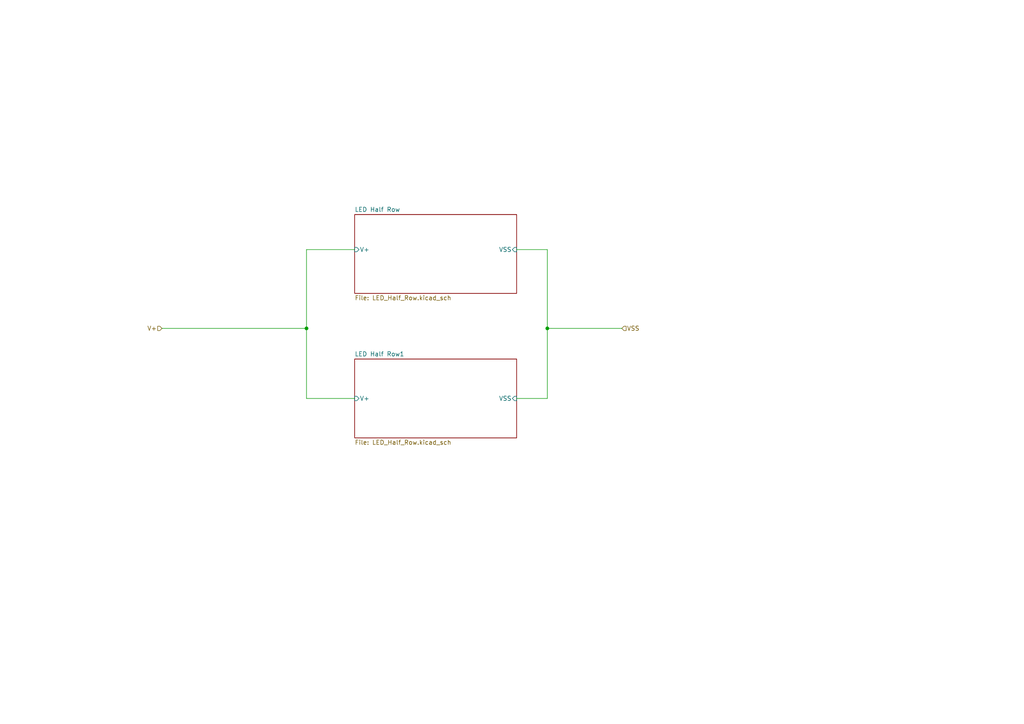
<source format=kicad_sch>
(kicad_sch (version 20211123) (generator eeschema)
  (paper "A4")
  (lib_symbols)
  (junction (at 158.75 95.25))
  (junction (at 88.9 95.25))
  (wire (pts (xy 88.9 115.57) (xy 88.9 95.25)))
  (wire (pts (xy 102.87 115.57) (xy 88.9 115.57)))
  (wire (pts (xy 158.75 72.39) (xy 149.86 72.39)))
  (wire (pts (xy 158.75 95.25) (xy 180.34 95.25)))
  (wire (pts (xy 46.99 95.25) (xy 88.9 95.25)))
  (wire (pts (xy 88.9 72.39) (xy 102.87 72.39)))
  (wire (pts (xy 88.9 95.25) (xy 88.9 72.39)))
  (wire (pts (xy 158.75 95.25) (xy 158.75 72.39)))
  (wire (pts (xy 149.86 115.57) (xy 158.75 115.57)))
  (wire (pts (xy 158.75 115.57) (xy 158.75 95.25)))
  (hierarchical_label "V+" (shape input) (at 46.99 95.25 180))
  (hierarchical_label "VSS" (shape input) (at 180.34 95.25 0))
  (sheet (at 102.87 104.14) (size 46.99 22.86) (stroke (width 0.1524))
    (property "Sheet name" "LED Half Row1" (at 102.87 103.4284 0) (effects (justify left bottom)))
    (property "Sheet file" "LED_Half_Row.kicad_sch" (at 102.87 127.5846 0) (effects (justify left top)))
    (pin "V+" input (at 102.87 115.57 180))
    (pin "VSS" input (at 149.86 115.57 0))
  )
  (sheet (at 102.87 62.23) (size 46.99 22.86) (stroke (width 0.1524))
    (property "Sheet name" "LED Half Row" (at 102.87 61.5184 0) (effects (justify left bottom)))
    (property "Sheet file" "LED_Half_Row.kicad_sch" (at 102.87 85.6746 0) (effects (justify left top)))
    (pin "V+" input (at 102.87 72.39 180))
    (pin "VSS" input (at 149.86 72.39 0))
  )
)
</source>
